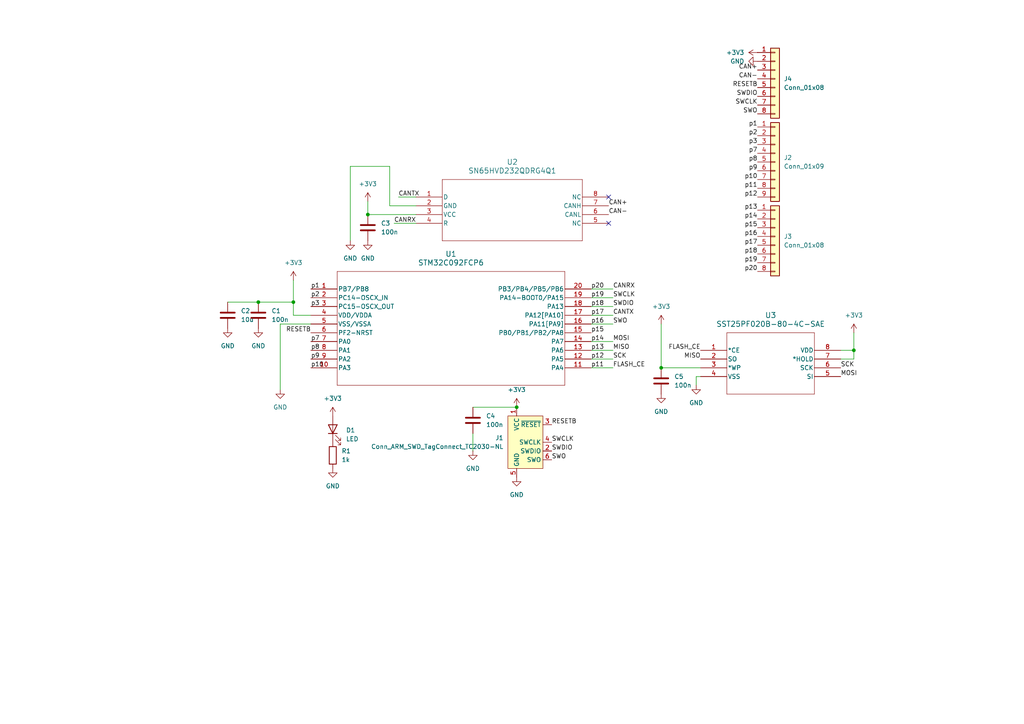
<source format=kicad_sch>
(kicad_sch (version 20250114) (generator "eeschema") (generator_version "9.0")
  (paper "A4")
  (lib_symbols
    (symbol "2025-06-11_00-44-39:STM32C092FCP6" (pin_names (offset 0.254))
      (property "Reference" "U" (at 40.64 10.16 0))
      (property "Value" "STM32C092FCP6" (at 40.64 7.62 0))
      (symbol "STM32C092FCP6_0_1"
        (polyline (pts (xy 7.62 5.08) (xy 7.62 -27.94)) (stroke (width 0.127)))
        (polyline (pts (xy 7.62 -27.94) (xy 73.66 -27.94)) (stroke (width 0.127)))
        (polyline (pts (xy 73.66 5.08) (xy 7.62 5.08)) (stroke (width 0.127)))
        (polyline (pts (xy 73.66 -27.94) (xy 73.66 5.08)) (stroke (width 0.127)))
        (pin bidirectional line (at 0 0 0) (length 7.62) (name "PB7/PB8") (number "1"))
        (pin bidirectional line (at 0 -2.54 0) (length 7.62) (name "PC14-OSCX_IN") (number "2"))
        (pin bidirectional line (at 0 -5.08 0) (length 7.62) (name "PC15-OSCX_OUT") (number "3"))
        (pin power_in line (at 0 -7.62 0) (length 7.62) (name "VDD/VDDA") (number "4"))
        (pin power_out line (at 0 -10.16 0) (length 7.62) (name "VSS/VSSA") (number "5"))
        (pin bidirectional line (at 0 -12.7 0) (length 7.62) (name "PF2-NRST") (number "6"))
        (pin bidirectional line (at 0 -15.24 0) (length 7.62) (name "PA0") (number "7"))
        (pin bidirectional line (at 0 -17.78 0) (length 7.62) (name "PA1") (number "8"))
        (pin bidirectional line (at 0 -20.32 0) (length 7.62) (name "PA2") (number "9"))
        (pin bidirectional line (at 0 -22.86 0) (length 7.62) (name "PA3") (number "10"))
        (pin bidirectional line (at 81.28 0 180) (length 7.62) (name "PB3/PB4/PB5/PB6") (number "20"))
        (pin bidirectional line (at 81.28 -2.54 180) (length 7.62) (name "PA14-BOOT0/PA15") (number "19"))
        (pin bidirectional line (at 81.28 -5.08 180) (length 7.62) (name "PA13") (number "18"))
        (pin bidirectional line (at 81.28 -7.62 180) (length 7.62) (name "PA12[PA10]") (number "17"))
        (pin bidirectional line (at 81.28 -10.16 180) (length 7.62) (name "PA11[PA9]") (number "16"))
        (pin bidirectional line (at 81.28 -12.7 180) (length 7.62) (name "PB0/PB1/PB2/PA8") (number "15"))
        (pin bidirectional line (at 81.28 -15.24 180) (length 7.62) (name "PA7") (number "14"))
        (pin bidirectional line (at 81.28 -17.78 180) (length 7.62) (name "PA6") (number "13"))
        (pin bidirectional line (at 81.28 -20.32 180) (length 7.62) (name "PA5") (number "12"))
        (pin bidirectional line (at 81.28 -22.86 180) (length 7.62) (name "PA4") (number "11"))
      )
    )
    (symbol "2025-06-11_00-45-23:SN65HVD232QDRG4Q1" (pin_names (offset 0.254))
      (property "Reference" "U" (at 27.94 10.16 0))
      (property "Value" "SN65HVD232QDRG4Q1" (at 27.94 7.62 0))
      (symbol "SN65HVD232QDRG4Q1_0_1"
        (polyline (pts (xy 7.62 5.08) (xy 7.62 -12.7)) (stroke (width 0.127)))
        (polyline (pts (xy 7.62 -12.7) (xy 48.26 -12.7)) (stroke (width 0.127)))
        (polyline (pts (xy 48.26 5.08) (xy 7.62 5.08)) (stroke (width 0.127)))
        (polyline (pts (xy 48.26 -12.7) (xy 48.26 5.08)) (stroke (width 0.127)))
        (pin input line (at 0 0 0) (length 7.62) (name "D") (number "1"))
        (pin power_in line (at 0 -2.54 0) (length 7.62) (name "GND") (number "2"))
        (pin power_in line (at 0 -5.08 0) (length 7.62) (name "VCC") (number "3"))
        (pin input line (at 0 -7.62 0) (length 7.62) (name "R") (number "4"))
        (pin unspecified line (at 55.88 0 180) (length 7.62) (name "NC") (number "8"))
        (pin output line (at 55.88 -2.54 180) (length 7.62) (name "CANH") (number "7"))
        (pin output line (at 55.88 -5.08 180) (length 7.62) (name "CANL") (number "6"))
        (pin unspecified line (at 55.88 -7.62 180) (length 7.62) (name "NC") (number "5"))
      )
    )
    (symbol "2025-06-11_00-53-44:SST25PF020B-80-4C-SAE" (pin_names (offset 0.254))
      (property "Reference" "U" (at 20.32 10.16 0))
      (property "Value" "SST25PF020B-80-4C-SAE" (at 20.32 7.62 0))
      (symbol "SST25PF020B-80-4C-SAE_0_1"
        (polyline (pts (xy 7.62 5.08) (xy 7.62 -12.7)) (stroke (width 0.127)))
        (polyline (pts (xy 7.62 -12.7) (xy 33.02 -12.7)) (stroke (width 0.127)))
        (polyline (pts (xy 33.02 5.08) (xy 7.62 5.08)) (stroke (width 0.127)))
        (polyline (pts (xy 33.02 -12.7) (xy 33.02 5.08)) (stroke (width 0.127)))
        (pin unspecified line (at 0 0 0) (length 7.62) (name "*CE") (number "1"))
        (pin output line (at 0 -2.54 0) (length 7.62) (name "SO") (number "2"))
        (pin unspecified line (at 0 -5.08 0) (length 7.62) (name "*WP") (number "3"))
        (pin power_in line (at 0 -7.62 0) (length 7.62) (name "VSS") (number "4"))
        (pin power_in line (at 40.64 0 180) (length 7.62) (name "VDD") (number "8"))
        (pin unspecified line (at 40.64 -2.54 180) (length 7.62) (name "*HOLD") (number "7"))
        (pin unspecified line (at 40.64 -5.08 180) (length 7.62) (name "SCK") (number "6"))
        (pin input line (at 40.64 -7.62 180) (length 7.62) (name "SI") (number "5"))
      )
    )
    (symbol "Connector:Conn_ARM_SWD_TagConnect_TC2030-NL" (in_bom no)
      (property "Reference" "J" (at 2.54 11.43 0))
      (property "Value" "Conn_ARM_SWD_TagConnect_TC2030-NL" (at 2.54 8.89 0))
      (symbol "Conn_ARM_SWD_TagConnect_TC2030-NL_0_0"
        (pin power_in line (at -2.54 10.16 270) (length 2.54) (name "VCC") (number "1"))
        (pin power_in line (at -2.54 -10.16 90) (length 2.54) (name "GND") (number "5"))
        (pin open_collector line (at 7.62 5.08 180) (length 2.54) (name "~{RESET}") (number "3"))
        (pin output line (at 7.62 0 180) (length 2.54) (name "SWCLK") (number "4"))
        (pin bidirectional line (at 7.62 -2.54 180) (length 2.54) (name "SWDIO") (number "2"))
        (pin input line (at 7.62 -5.08 180) (length 2.54) (name "SWO") (number "6"))
      )
      (symbol "Conn_ARM_SWD_TagConnect_TC2030-NL_0_1"
        (rectangle (start -5.08 7.62) (end 5.08 -7.62) (fill (type background)))
      )
    )
    (symbol "Connector_Generic:Conn_01x08" (pin_names (offset 1.016) (hide yes))
      (property "Reference" "J" (at 0 10.16 0))
      (property "Value" "Conn_01x08" (at 0 -12.7 0))
      (symbol "Conn_01x08_1_1"
        (rectangle (start -1.27 8.89) (end 1.27 -11.43) (stroke (width 0.254)) (fill (type background)))
        (rectangle (start -1.27 7.747) (end 0 7.493) (stroke (width 0.1524)))
        (rectangle (start -1.27 5.207) (end 0 4.953) (stroke (width 0.1524)))
        (rectangle (start -1.27 2.667) (end 0 2.413) (stroke (width 0.1524)))
        (rectangle (start -1.27 0.127) (end 0 -0.127) (stroke (width 0.1524)))
        (rectangle (start -1.27 -2.413) (end 0 -2.667) (stroke (width 0.1524)))
        (rectangle (start -1.27 -4.953) (end 0 -5.207) (stroke (width 0.1524)))
        (rectangle (start -1.27 -7.493) (end 0 -7.747) (stroke (width 0.1524)))
        (rectangle (start -1.27 -10.033) (end 0 -10.287) (stroke (width 0.1524)))
        (pin passive line (at -5.08 7.62 0) (length 3.81) (name "Pin_1") (number "1"))
        (pin passive line (at -5.08 5.08 0) (length 3.81) (name "Pin_2") (number "2"))
        (pin passive line (at -5.08 2.54 0) (length 3.81) (name "Pin_3") (number "3"))
        (pin passive line (at -5.08 0 0) (length 3.81) (name "Pin_4") (number "4"))
        (pin passive line (at -5.08 -2.54 0) (length 3.81) (name "Pin_5") (number "5"))
        (pin passive line (at -5.08 -5.08 0) (length 3.81) (name "Pin_6") (number "6"))
        (pin passive line (at -5.08 -7.62 0) (length 3.81) (name "Pin_7") (number "7"))
        (pin passive line (at -5.08 -10.16 0) (length 3.81) (name "Pin_8") (number "8"))
      )
    )
    (symbol "Connector_Generic:Conn_01x09" (pin_names (offset 1.016) (hide yes))
      (property "Reference" "J" (at 0 12.7 0))
      (property "Value" "Conn_01x09" (at 0 -12.7 0))
      (symbol "Conn_01x09_1_1"
        (rectangle (start -1.27 11.43) (end 1.27 -11.43) (stroke (width 0.254)) (fill (type background)))
        (rectangle (start -1.27 10.287) (end 0 10.033) (stroke (width 0.1524)))
        (rectangle (start -1.27 7.747) (end 0 7.493) (stroke (width 0.1524)))
        (rectangle (start -1.27 5.207) (end 0 4.953) (stroke (width 0.1524)))
        (rectangle (start -1.27 2.667) (end 0 2.413) (stroke (width 0.1524)))
        (rectangle (start -1.27 0.127) (end 0 -0.127) (stroke (width 0.1524)))
        (rectangle (start -1.27 -2.413) (end 0 -2.667) (stroke (width 0.1524)))
        (rectangle (start -1.27 -4.953) (end 0 -5.207) (stroke (width 0.1524)))
        (rectangle (start -1.27 -7.493) (end 0 -7.747) (stroke (width 0.1524)))
        (rectangle (start -1.27 -10.033) (end 0 -10.287) (stroke (width 0.1524)))
        (pin passive line (at -5.08 10.16 0) (length 3.81) (name "Pin_1") (number "1"))
        (pin passive line (at -5.08 7.62 0) (length 3.81) (name "Pin_2") (number "2"))
        (pin passive line (at -5.08 5.08 0) (length 3.81) (name "Pin_3") (number "3"))
        (pin passive line (at -5.08 2.54 0) (length 3.81) (name "Pin_4") (number "4"))
        (pin passive line (at -5.08 0 0) (length 3.81) (name "Pin_5") (number "5"))
        (pin passive line (at -5.08 -2.54 0) (length 3.81) (name "Pin_6") (number "6"))
        (pin passive line (at -5.08 -5.08 0) (length 3.81) (name "Pin_7") (number "7"))
        (pin passive line (at -5.08 -7.62 0) (length 3.81) (name "Pin_8") (number "8"))
        (pin passive line (at -5.08 -10.16 0) (length 3.81) (name "Pin_9") (number "9"))
      )
    )
    (symbol "Device:C" (pin_numbers (hide yes)) (pin_names (offset 0.254))
      (property "Reference" "C" (at 0.635 2.54 0))
      (property "Value" "C" (at 0.635 -2.54 0))
      (symbol "C_0_1"
        (polyline (pts (xy -2.032 0.762) (xy 2.032 0.762)) (stroke (width 0.508)))
        (polyline (pts (xy -2.032 -0.762) (xy 2.032 -0.762)) (stroke (width 0.508)))
      )
      (symbol "C_1_1"
        (pin passive line (at 0 3.81 270) (length 2.794) (name "~") (number "1"))
        (pin passive line (at 0 -3.81 90) (length 2.794) (name "~") (number "2"))
      )
    )
    (symbol "Device:LED" (pin_numbers (hide yes)) (pin_names (offset 1.016) (hide yes))
      (property "Reference" "D" (at 0 2.54 0))
      (property "Value" "LED" (at 0 -2.54 0))
      (symbol "LED_0_1"
        (polyline (pts (xy -3.048 -0.762) (xy -4.572 -2.286) (xy -3.81 -2.286) (xy -4.572 -2.286) (xy -4.572 -1.524)))
        (polyline (pts (xy -1.778 -0.762) (xy -3.302 -2.286) (xy -2.54 -2.286) (xy -3.302 -2.286) (xy -3.302 -1.524)))
        (polyline (pts (xy -1.27 0) (xy 1.27 0)))
        (polyline (pts (xy -1.27 -1.27) (xy -1.27 1.27)) (stroke (width 0.254)))
        (polyline (pts (xy 1.27 -1.27) (xy 1.27 1.27) (xy -1.27 0) (xy 1.27 -1.27)) (stroke (width 0.254)))
      )
      (symbol "LED_1_1"
        (pin passive line (at -3.81 0 0) (length 2.54) (name "K") (number "1"))
        (pin passive line (at 3.81 0 180) (length 2.54) (name "A") (number "2"))
      )
    )
    (symbol "Device:R" (pin_numbers (hide yes)) (pin_names (offset 0))
      (property "Reference" "R" (at 2.032 0 90))
      (property "Value" "R" (at 0 0 90))
      (symbol "R_0_1"
        (rectangle (start -1.016 -2.54) (end 1.016 2.54) (stroke (width 0.254)))
      )
      (symbol "R_1_1"
        (pin passive line (at 0 3.81 270) (length 1.27) (name "~") (number "1"))
        (pin passive line (at 0 -3.81 90) (length 1.27) (name "~") (number "2"))
      )
    )
    (symbol "power:+3V3" (power) (pin_numbers (hide yes)) (pin_names (offset 0) (hide yes))
      (property "Value" "+3V3" (at 0 3.556 0))
      (symbol "+3V3_0_1"
        (polyline (pts (xy -0.762 1.27) (xy 0 2.54)))
        (polyline (pts (xy 0 2.54) (xy 0.762 1.27)))
        (polyline (pts (xy 0 0) (xy 0 2.54)))
      )
      (symbol "+3V3_1_1"
        (pin power_in line (at 0 0 90) (length 0) (name "~") (number "1"))
      )
    )
    (symbol "power:GND" (power) (pin_numbers (hide yes)) (pin_names (offset 0) (hide yes))
      (property "Value" "GND" (at 0 -3.81 0))
      (symbol "GND_0_1"
        (polyline (pts (xy 0 0) (xy 0 -1.27) (xy 1.27 -1.27) (xy 0 -2.54) (xy -1.27 -1.27) (xy 0 -1.27)))
      )
      (symbol "GND_1_1"
        (pin power_in line (at 0 0 270) (length 0) (name "~") (number "1"))
      )
    )
  )
  (junction (at 106.68 62.23))
  (junction (at 85.09 87.63))
  (junction (at 191.77 106.68))
  (junction (at 247.65 101.6))
  (junction (at 149.86 118.11))
  (junction (at 74.93 87.63))
  (no_connect (at 176.53 57.15))
  (no_connect (at 176.53 64.77))
  (wire (pts (xy 81.28 93.98) (xy 90.17 93.98)))
  (wire (pts (xy 177.8 86.36) (xy 171.45 86.36)))
  (wire (pts (xy 177.8 93.98) (xy 171.45 93.98)))
  (wire (pts (xy 137.16 118.11) (xy 149.86 118.11)))
  (wire (pts (xy 101.6 48.26) (xy 113.03 48.26)))
  (wire (pts (xy 177.8 88.9) (xy 171.45 88.9)))
  (wire (pts (xy 137.16 130.81) (xy 137.16 125.73)))
  (wire (pts (xy 177.8 104.14) (xy 171.45 104.14)))
  (wire (pts (xy 81.28 113.03) (xy 81.28 93.98)))
  (wire (pts (xy 177.8 99.06) (xy 171.45 99.06)))
  (wire (pts (xy 201.93 109.22) (xy 201.93 111.76)))
  (wire (pts (xy 243.84 104.14) (xy 247.65 104.14)))
  (wire (pts (xy 66.04 87.63) (xy 74.93 87.63)))
  (wire (pts (xy 85.09 87.63) (xy 85.09 81.28)))
  (wire (pts (xy 85.09 91.44) (xy 85.09 87.63)))
  (wire (pts (xy 113.03 48.26) (xy 113.03 59.69)))
  (wire (pts (xy 101.6 48.26) (xy 101.6 69.85)))
  (wire (pts (xy 177.8 106.68) (xy 171.45 106.68)))
  (wire (pts (xy 106.68 62.23) (xy 120.65 62.23)))
  (wire (pts (xy 243.84 101.6) (xy 247.65 101.6)))
  (wire (pts (xy 113.03 59.69) (xy 120.65 59.69)))
  (wire (pts (xy 114.3 64.77) (xy 120.65 64.77)))
  (wire (pts (xy 106.68 58.42) (xy 106.68 62.23)))
  (wire (pts (xy 247.65 96.52) (xy 247.65 101.6)))
  (wire (pts (xy 191.77 93.98) (xy 191.77 106.68)))
  (wire (pts (xy 90.17 91.44) (xy 85.09 91.44)))
  (wire (pts (xy 74.93 87.63) (xy 85.09 87.63)))
  (wire (pts (xy 203.2 106.68) (xy 191.77 106.68)))
  (wire (pts (xy 115.57 57.15) (xy 120.65 57.15)))
  (wire (pts (xy 247.65 104.14) (xy 247.65 101.6)))
  (wire (pts (xy 177.8 101.6) (xy 171.45 101.6)))
  (wire (pts (xy 171.45 91.44) (xy 177.8 91.44)))
  (wire (pts (xy 201.93 109.22) (xy 203.2 109.22)))
  (wire (pts (xy 171.45 83.82) (xy 177.8 83.82)))
  (label "p18" (at 219.71 73.66 180))
  (label "p18" (at 171.45 88.9 0))
  (label "p9" (at 90.17 104.14 0))
  (label "p14" (at 219.71 63.5 180))
  (label "p7" (at 90.17 99.06 0))
  (label "MOSI" (at 243.84 109.22 0))
  (label "FLASH_CE" (at 177.8 106.68 0))
  (label "p3" (at 219.71 41.91 180))
  (label "p10" (at 219.71 52.07 180))
  (label "p11" (at 219.71 54.61 180))
  (label "p8" (at 219.71 46.99 180))
  (label "p19" (at 219.71 76.2 180))
  (label "SWCLK" (at 177.8 86.36 0))
  (label "p1" (at 219.71 36.83 180))
  (label "FLASH_CE" (at 203.2 101.6 180))
  (label "RESETB" (at 160.02 123.19 0))
  (label "p10" (at 90.17 106.68 0))
  (label "p13" (at 219.71 60.96 180))
  (label "p12" (at 219.71 57.15 180))
  (label "p17" (at 171.45 91.44 0))
  (label "SCK" (at 243.84 106.68 0))
  (label "SWCLK" (at 219.71 30.48 180))
  (label "p12" (at 171.45 104.14 0))
  (label "CAN-" (at 219.71 22.86 180))
  (label "SWO" (at 177.8 93.98 0))
  (label "SWO" (at 160.02 133.35 0))
  (label "CAN+" (at 219.71 20.32 180))
  (label "MISO" (at 177.8 101.6 0))
  (label "SWCLK" (at 160.02 128.27 0))
  (label "CANRX" (at 114.3 64.77 0))
  (label "p20" (at 219.71 78.74 180))
  (label "SWDIO" (at 219.71 27.94 180))
  (label "p15" (at 219.71 66.04 180))
  (label "CANRX" (at 177.8 83.82 0))
  (label "p1" (at 90.17 83.82 0))
  (label "p2" (at 219.71 39.37 180))
  (label "p11" (at 171.45 106.68 0))
  (label "SWO" (at 219.71 33.02 180))
  (label "p14" (at 171.45 99.06 0))
  (label "p20" (at 171.45 83.82 0))
  (label "SWDIO" (at 177.8 88.9 0))
  (label "CAN+" (at 176.53 59.69 0))
  (label "p9" (at 219.71 49.53 180))
  (label "p8" (at 90.17 101.6 0))
  (label "p3" (at 90.17 88.9 0))
  (label "SWDIO" (at 160.02 130.81 0))
  (label "p15" (at 171.45 96.52 0))
  (label "MISO" (at 203.2 104.14 180))
  (label "CAN-" (at 176.53 62.23 0))
  (label "p16" (at 171.45 93.98 0))
  (label "RESETB" (at 219.71 25.4 180))
  (label "p16" (at 219.71 68.58 180))
  (label "CANTX" (at 115.57 57.15 0))
  (label "p2" (at 90.17 86.36 0))
  (label "SCK" (at 177.8 104.14 0))
  (label "p7" (at 219.71 44.45 180))
  (label "p13" (at 171.45 101.6 0))
  (label "p19" (at 171.45 86.36 0))
  (label "p17" (at 219.71 71.12 180))
  (label "CANTX" (at 177.8 91.44 0))
  (label "RESETB" (at 90.17 96.52 180))
  (label "MOSI" (at 177.8 99.06 0))
  (symbol (lib_id "Device:C") (at 191.77 110.49 0) (unit 1)
    (property "Reference" "C5" (at 195.58 109.2199 0) (effects (justify left)))
    (property "Value" "100n" (at 195.58 111.7599 0) (effects (justify left)))
    (property "Footprint" "Capacitor_SMD:C_0603_1608Metric" (effects (hide yes)))
    (property "Description" "Unpolarized capacitor" (effects (hide yes)))
  )
  (symbol (lib_id "Device:C") (at 106.68 66.04 0) (unit 1)
    (property "Reference" "C3" (at 110.49 64.7699 0) (effects (justify left)))
    (property "Value" "100n" (at 110.49 67.3099 0) (effects (justify left)))
    (property "Footprint" "Capacitor_SMD:C_0603_1608Metric" (effects (hide yes)))
    (property "Description" "Unpolarized capacitor" (effects (hide yes)))
  )
  (symbol (lib_id "2025-06-11_00-45-23:SN65HVD232QDRG4Q1") (at 120.65 57.15 0) (unit 1)
    (property "Reference" "U2" (at 148.59 46.99 0) (effects (font (size 1.524 1.524))))
    (property "Value" "SN65HVD232QDRG4Q1" (at 148.59 49.53 0) (effects (font (size 1.524 1.524))))
    (property "Footprint" "footprints:D8" (effects (hide yes)))
    (property "Datasheet" "SN65HVD232QDRG4Q1" (effects (hide yes)))
  )
  (symbol (lib_id "power:GND") (at 66.04 95.25 0) (unit 1)
    (property "Reference" "#PWR011" (effects (hide yes)))
    (property "Value" "GND" (at 66.04 100.33 0))
    (property "Description" "Power symbol creates a global label with name \"GND\" , ground" (effects (hide yes)))
  )
  (symbol (lib_id "power:GND") (at 137.16 130.81 0) (unit 1)
    (property "Reference" "#PWR013" (effects (hide yes)))
    (property "Value" "GND" (at 137.16 135.89 0))
    (property "Description" "Power symbol creates a global label with name \"GND\" , ground" (effects (hide yes)))
  )
  (symbol (lib_id "power:GND") (at 74.93 95.25 0) (unit 1)
    (property "Reference" "#PWR010" (effects (hide yes)))
    (property "Value" "GND" (at 74.93 100.33 0))
    (property "Description" "Power symbol creates a global label with name \"GND\" , ground" (effects (hide yes)))
  )
  (symbol (lib_id "Connector_Generic:Conn_01x08") (at 224.79 68.58 0) (unit 1)
    (property "Reference" "J3" (at 227.33 68.5799 0) (effects (justify left)))
    (property "Value" "Conn_01x08" (at 227.33 71.1199 0) (effects (justify left)))
    (property "Footprint" "Connector_PinSocket_2.54mm:PinSocket_1x08_P2.54mm_Vertical" (effects (hide yes)))
    (property "Description" "Generic connector, single row, 01x08, script generated (kicad-library-utils/schlib/autogen/connector/)" (effects (hide yes)))
  )
  (symbol (lib_id "power:GND") (at 81.28 113.03 0) (unit 1)
    (property "Reference" "#PWR01" (effects (hide yes)))
    (property "Value" "GND" (at 81.28 118.11 0))
    (property "Description" "Power symbol creates a global label with name \"GND\" , ground" (effects (hide yes)))
  )
  (symbol (lib_id "power:GND") (at 101.6 69.85 0) (unit 1)
    (property "Reference" "#PWR03" (effects (hide yes)))
    (property "Value" "GND" (at 101.6 74.93 0))
    (property "Description" "Power symbol creates a global label with name \"GND\" , ground" (effects (hide yes)))
  )
  (symbol (lib_id "power:+3V3") (at 85.09 81.28 0) (unit 1)
    (property "Reference" "#PWR02" (effects (hide yes)))
    (property "Value" "+3V3" (at 85.09 76.2 0))
    (property "Description" "Power symbol creates a global label with name \"+3V3\"" (effects (hide yes)))
  )
  (symbol (lib_id "Connector_Generic:Conn_01x08") (at 224.79 22.86 0) (unit 1)
    (property "Reference" "J4" (at 227.33 22.8599 0) (effects (justify left)))
    (property "Value" "Conn_01x08" (at 227.33 25.3999 0) (effects (justify left)))
    (property "Footprint" "Connector_PinSocket_2.54mm:PinSocket_1x08_P2.54mm_Vertical" (effects (hide yes)))
    (property "Description" "Generic connector, single row, 01x08, script generated (kicad-library-utils/schlib/autogen/connector/)" (effects (hide yes)))
  )
  (symbol (lib_id "power:+3V3") (at 149.86 118.11 0) (unit 1)
    (property "Reference" "#PWR06" (effects (hide yes)))
    (property "Value" "+3V3" (at 149.86 113.03 0))
    (property "Description" "Power symbol creates a global label with name \"+3V3\"" (effects (hide yes)))
  )
  (symbol (lib_id "Device:C") (at 66.04 91.44 0) (unit 1)
    (property "Reference" "C2" (at 69.85 90.1699 0) (effects (justify left)))
    (property "Value" "10u" (at 69.85 92.7099 0) (effects (justify left)))
    (property "Footprint" "Capacitor_SMD:C_0603_1608Metric" (effects (hide yes)))
    (property "Description" "Unpolarized capacitor" (effects (hide yes)))
  )
  (symbol (lib_id "power:+3V3") (at 96.52 120.65 0) (unit 1)
    (property "Reference" "#PWR015" (effects (hide yes)))
    (property "Value" "+3V3" (at 96.52 115.57 0))
    (property "Description" "Power symbol creates a global label with name \"+3V3\"" (effects (hide yes)))
  )
  (symbol (lib_id "2025-06-11_00-53-44:SST25PF020B-80-4C-SAE") (at 203.2 101.6 0) (unit 1)
    (property "Reference" "U3" (at 223.52 91.44 0) (effects (font (size 1.524 1.524))))
    (property "Value" "SST25PF020B-80-4C-SAE" (at 223.52 93.98 0) (effects (font (size 1.524 1.524))))
    (property "Footprint" "footprints:SOIC8_SA_SST_MCH" (effects (hide yes)))
    (property "Datasheet" "SST25PF020B-80-4C-SAE" (effects (hide yes)))
  )
  (symbol (lib_id "power:GND") (at 96.52 135.89 0) (unit 1)
    (property "Reference" "#PWR016" (effects (hide yes)))
    (property "Value" "GND" (at 96.52 140.97 0))
    (property "Description" "Power symbol creates a global label with name \"GND\" , ground" (effects (hide yes)))
  )
  (symbol (lib_id "power:GND") (at 219.71 17.78 270) (unit 1)
    (property "Reference" "#PWR018" (effects (hide yes)))
    (property "Value" "GND" (at 215.9 17.7799 90) (effects (justify right)))
    (property "Description" "Power symbol creates a global label with name \"GND\" , ground" (effects (hide yes)))
  )
  (symbol (lib_id "power:GND") (at 191.77 114.3 0) (unit 1)
    (property "Reference" "#PWR014" (effects (hide yes)))
    (property "Value" "GND" (at 191.77 119.38 0))
    (property "Description" "Power symbol creates a global label with name \"GND\" , ground" (effects (hide yes)))
  )
  (symbol (lib_id "power:+3V3") (at 247.65 96.52 0) (unit 1)
    (property "Reference" "#PWR08" (effects (hide yes)))
    (property "Value" "+3V3" (at 247.65 91.44 0))
    (property "Description" "Power symbol creates a global label with name \"+3V3\"" (effects (hide yes)))
  )
  (symbol (lib_id "power:GND") (at 149.86 138.43 0) (unit 1)
    (property "Reference" "#PWR05" (effects (hide yes)))
    (property "Value" "GND" (at 149.86 143.51 0))
    (property "Description" "Power symbol creates a global label with name \"GND\" , ground" (effects (hide yes)))
  )
  (symbol (lib_id "power:GND") (at 201.93 111.76 0) (unit 1)
    (property "Reference" "#PWR07" (effects (hide yes)))
    (property "Value" "GND" (at 201.93 116.84 0))
    (property "Description" "Power symbol creates a global label with name \"GND\" , ground" (effects (hide yes)))
  )
  (symbol (lib_id "Device:LED") (at 96.52 124.46 90) (unit 1)
    (property "Reference" "D1" (at 100.33 124.7774 90) (effects (justify right)))
    (property "Value" "LED" (at 100.33 127.3174 90) (effects (justify right)))
    (property "Footprint" "LED_SMD:LED_0603_1608Metric" (effects (hide yes)))
    (property "Description" "Light emitting diode" (effects (hide yes)))
    (property "Sim.Pins" "1=K 2=A" (effects (hide yes)))
  )
  (symbol (lib_id "power:+3V3") (at 106.68 58.42 0) (unit 1)
    (property "Reference" "#PWR04" (effects (hide yes)))
    (property "Value" "+3V3" (at 106.68 53.34 0))
    (property "Description" "Power symbol creates a global label with name \"+3V3\"" (effects (hide yes)))
  )
  (symbol (lib_id "Device:C") (at 137.16 121.92 0) (unit 1)
    (property "Reference" "C4" (at 140.97 120.6499 0) (effects (justify left)))
    (property "Value" "100n" (at 140.97 123.1899 0) (effects (justify left)))
    (property "Footprint" "Capacitor_SMD:C_0603_1608Metric" (effects (hide yes)))
    (property "Description" "Unpolarized capacitor" (effects (hide yes)))
  )
  (symbol (lib_id "2025-06-11_00-44-39:STM32C092FCP6") (at 90.17 83.82 0) (unit 1)
    (property "Reference" "U1" (at 130.81 73.66 0) (effects (font (size 1.524 1.524))))
    (property "Value" "STM32C092FCP6" (at 130.81 76.2 0) (effects (font (size 1.524 1.524))))
    (property "Footprint" "footprints:TSSOP20_STM" (effects (hide yes)))
    (property "Datasheet" "STM32C092FCP6" (effects (hide yes)))
  )
  (symbol (lib_id "Device:R") (at 96.52 132.08 0) (unit 1)
    (property "Reference" "R1" (at 99.06 130.8099 0) (effects (justify left)))
    (property "Value" "1k" (at 99.06 133.3499 0) (effects (justify left)))
    (property "Footprint" "Resistor_SMD:R_0603_1608Metric" (effects (hide yes)))
    (property "Description" "Resistor" (effects (hide yes)))
  )
  (symbol (lib_id "Connector:Conn_ARM_SWD_TagConnect_TC2030-NL") (at 152.4 128.27 0) (unit 1) (in_bom no)
    (property "Reference" "J1" (at 146.05 126.9999 0) (effects (justify right)))
    (property "Value" "Conn_ARM_SWD_TagConnect_TC2030-NL" (at 146.05 129.5399 0) (effects (justify right)))
    (property "Footprint" "Connector:Tag-Connect_TC2030-IDC-NL_2x03_P1.27mm_Vertical" (effects (hide yes)))
    (property "Datasheet" "https://www.tag-connect.com/wp-content/uploads/bsk-pdf-manager/TC2030-CTX_1.pdf" (effects (hide yes)))
    (property "Description" "Tag-Connect ARM Cortex SWD JTAG connector, 6 pin, no legs" (effects (hide yes)))
  )
  (symbol (lib_id "Connector_Generic:Conn_01x09") (at 224.79 46.99 0) (unit 1)
    (property "Reference" "J2" (at 227.33 45.7199 0) (effects (justify left)))
    (property "Value" "Conn_01x09" (at 227.33 48.2599 0) (effects (justify left)))
    (property "Footprint" "Connector_PinSocket_2.54mm:PinSocket_1x09_P2.54mm_Vertical" (effects (hide yes)))
    (property "Description" "Generic connector, single row, 01x09, script generated (kicad-library-utils/schlib/autogen/connector/)" (effects (hide yes)))
  )
  (symbol (lib_id "Device:C") (at 74.93 91.44 0) (unit 1)
    (property "Reference" "C1" (at 78.74 90.1699 0) (effects (justify left)))
    (property "Value" "100n" (at 78.74 92.7099 0) (effects (justify left)))
    (property "Footprint" "Capacitor_SMD:C_0603_1608Metric" (effects (hide yes)))
    (property "Description" "Unpolarized capacitor" (effects (hide yes)))
  )
  (symbol (lib_id "power:GND") (at 106.68 69.85 0) (unit 1)
    (property "Reference" "#PWR012" (effects (hide yes)))
    (property "Value" "GND" (at 106.68 74.93 0))
    (property "Description" "Power symbol creates a global label with name \"GND\" , ground" (effects (hide yes)))
  )
  (symbol (lib_id "power:+3V3") (at 219.71 15.24 90) (unit 1)
    (property "Reference" "#PWR017" (effects (hide yes)))
    (property "Value" "+3V3" (at 215.9 15.2399 90) (effects (justify left)))
    (property "Description" "Power symbol creates a global label with name \"+3V3\"" (effects (hide yes)))
  )
  (symbol (lib_id "power:+3V3") (at 191.77 93.98 0) (unit 1)
    (property "Reference" "#PWR09" (effects (hide yes)))
    (property "Value" "+3V3" (at 191.77 88.9 0))
    (property "Description" "Power symbol creates a global label with name \"+3V3\"" (effects (hide yes)))
  )
)
</source>
